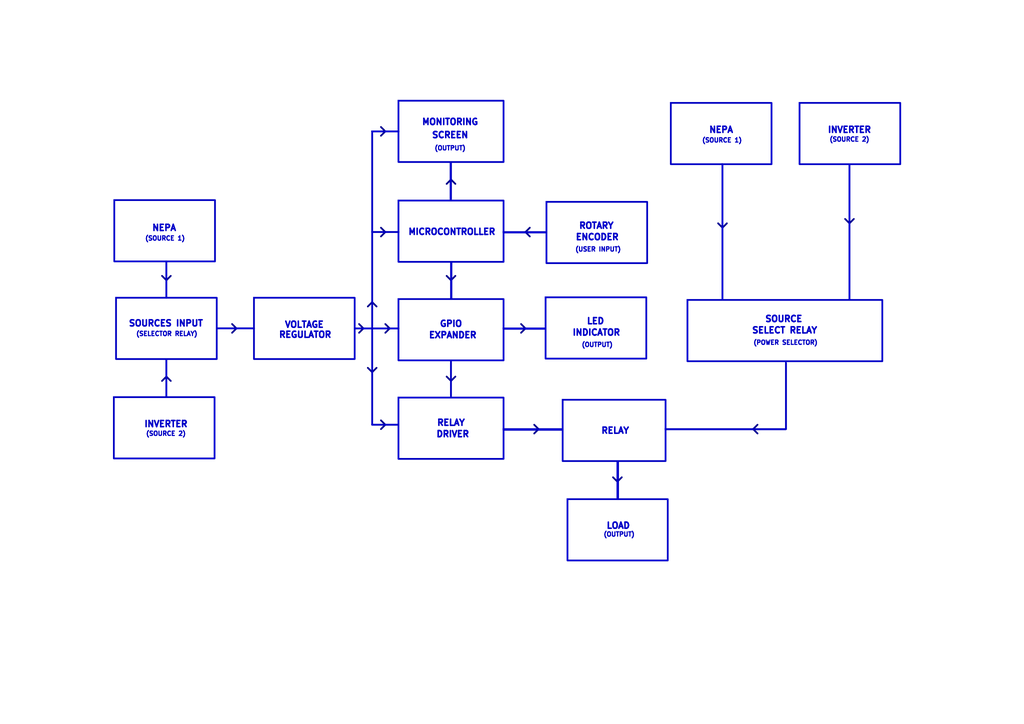
<source format=kicad_sch>
(kicad_sch
	(version 20250114)
	(generator "eeschema")
	(generator_version "9.0")
	(uuid "e0de9594-c08d-4dbe-8d5b-5599e595edda")
	(paper "A4")
	(title_block
		(title "SMART HOME ENERGY MANAGEMENT SYSTEM")
		(date "2025-10-07")
		(rev "v1.0")
		(company "JSITECH")
	)
	(lib_symbols)
	(rectangle
		(start 130.81 76.2)
		(end 130.937 86.614)
		(stroke
			(width 0.508)
			(type solid)
		)
		(fill
			(type none)
		)
		(uuid 05cb90de-e811-4d21-9ac2-94be78bcae39)
	)
	(rectangle
		(start 33.147 58.039)
		(end 62.357 75.819)
		(stroke
			(width 0.508)
			(type solid)
		)
		(fill
			(type none)
		)
		(uuid 1166c8d1-af70-4bc6-9acd-915f61c73d95)
	)
	(rectangle
		(start 158.496 58.547)
		(end 187.706 76.327)
		(stroke
			(width 0.508)
			(type solid)
		)
		(fill
			(type none)
		)
		(uuid 145c2410-9ceb-40d7-a409-b83e14a85167)
	)
	(rectangle
		(start 33.655 86.36)
		(end 62.865 104.14)
		(stroke
			(width 0.508)
			(type solid)
		)
		(fill
			(type none)
		)
		(uuid 184552e9-c6c4-42a7-9430-41a58dd7b7ea)
	)
	(rectangle
		(start 130.683 47.371)
		(end 130.81 57.785)
		(stroke
			(width 0.508)
			(type solid)
		)
		(fill
			(type none)
		)
		(uuid 3b4ecd95-a9d9-4e39-937d-cc89b65a9f14)
	)
	(rectangle
		(start 107.9373 38.1)
		(end 107.9627 123.19)
		(stroke
			(width 0.508)
			(type solid)
		)
		(fill
			(type none)
		)
		(uuid 54d03f95-8f95-4814-9e1a-5ed6e633e5a3)
	)
	(rectangle
		(start 194.564 29.845)
		(end 223.774 47.625)
		(stroke
			(width 0.508)
			(type solid)
		)
		(fill
			(type none)
		)
		(uuid 58caab1a-dfbe-4867-9205-035556d7e365)
	)
	(rectangle
		(start 209.5246 47.625)
		(end 209.55 86.614)
		(stroke
			(width 0.508)
			(type solid)
		)
		(fill
			(type none)
		)
		(uuid 5be560c5-e8b4-49cc-b853-90945ecb4712)
	)
	(rectangle
		(start 115.57 58.166)
		(end 146.05 75.946)
		(stroke
			(width 0.508)
			(type solid)
		)
		(fill
			(type none)
		)
		(uuid 6448e70b-a161-4b33-929e-1e383c46344d)
	)
	(rectangle
		(start 63.119 95.2246)
		(end 73.66 95.25)
		(stroke
			(width 0.508)
			(type solid)
		)
		(fill
			(type none)
		)
		(uuid 6c8c4a7c-2ed3-4761-9997-f5e16c622290)
	)
	(rectangle
		(start 107.95 123.1773)
		(end 115.2525 123.2027)
		(stroke
			(width 0.508)
			(type solid)
		)
		(fill
			(type none)
		)
		(uuid 6f87f75a-acdf-4b50-b0aa-1ceb85fcc91e)
	)
	(rectangle
		(start 179.07 133.985)
		(end 179.2732 144.399)
		(stroke
			(width 0.508)
			(type solid)
		)
		(fill
			(type none)
		)
		(uuid 7f2e53f0-6e64-49f6-aab0-7c4bdff551ff)
	)
	(rectangle
		(start 231.902 29.845)
		(end 261.112 47.625)
		(stroke
			(width 0.508)
			(type solid)
		)
		(fill
			(type none)
		)
		(uuid 7f97e233-ba15-48a3-bd1d-d6252091780e)
	)
	(rectangle
		(start 48.2346 104.394)
		(end 48.26 114.935)
		(stroke
			(width 0.508)
			(type solid)
		)
		(fill
			(type none)
		)
		(uuid 8125d9df-45ff-4d29-b904-12800f9c83ed)
	)
	(rectangle
		(start 107.95 67.2846)
		(end 115.57 67.31)
		(stroke
			(width 0.508)
			(type solid)
		)
		(fill
			(type none)
		)
		(uuid 8f358e09-b29c-4eb0-b61f-a6a4af621953)
	)
	(rectangle
		(start 33.02 115.189)
		(end 62.23 132.969)
		(stroke
			(width 0.508)
			(type solid)
		)
		(fill
			(type none)
		)
		(uuid 924e9ea7-2f07-4546-8d7b-0e03577381aa)
	)
	(rectangle
		(start 163.195 115.951)
		(end 193.04 133.731)
		(stroke
			(width 0.508)
			(type solid)
		)
		(fill
			(type none)
		)
		(uuid 999547ab-717b-421e-a3f9-5731f3249ed5)
	)
	(rectangle
		(start 115.57 86.741)
		(end 146.05 104.521)
		(stroke
			(width 0.508)
			(type solid)
		)
		(fill
			(type none)
		)
		(uuid 9bf20068-315d-4cda-8a15-f233421a5ea7)
	)
	(rectangle
		(start 193.04 124.46)
		(end 227.8888 124.5235)
		(stroke
			(width 0.508)
			(type solid)
		)
		(fill
			(type none)
		)
		(uuid aa2516f6-d889-4617-8194-1982f312704f)
	)
	(rectangle
		(start 227.9523 105.2449)
		(end 227.9777 124.46)
		(stroke
			(width 0.508)
			(type solid)
		)
		(fill
			(type none)
		)
		(uuid b1461bb6-cbaa-44c6-8d2f-072185de395b)
	)
	(rectangle
		(start 73.66 86.36)
		(end 102.87 104.14)
		(stroke
			(width 0.508)
			(type solid)
		)
		(fill
			(type none)
		)
		(uuid b1a604e5-9e14-4364-a8f7-46d7731e6fac)
	)
	(rectangle
		(start 246.3673 47.6885)
		(end 246.3927 86.9315)
		(stroke
			(width 0.508)
			(type solid)
		)
		(fill
			(type none)
		)
		(uuid ba156951-fb18-47df-bdad-b16b08847805)
	)
	(rectangle
		(start 103.124 95.25)
		(end 115.57 95.2754)
		(stroke
			(width 0.508)
			(type solid)
		)
		(fill
			(type none)
		)
		(uuid c404ea18-1fb4-422c-827d-ac7ad9750b63)
	)
	(rectangle
		(start 146.05 95.25)
		(end 158.115 95.377)
		(stroke
			(width 0.508)
			(type solid)
		)
		(fill
			(type none)
		)
		(uuid c796f5a2-1dbb-40b0-a597-465ffe74ce6c)
	)
	(rectangle
		(start 146.05 67.31)
		(end 158.115 67.437)
		(stroke
			(width 0.508)
			(type solid)
		)
		(fill
			(type none)
		)
		(uuid c7e8004e-a3b7-4ec8-a09d-f8404f2618bf)
	)
	(rectangle
		(start 146.05 124.46)
		(end 163.195 124.6632)
		(stroke
			(width 0.508)
			(type solid)
		)
		(fill
			(type none)
		)
		(uuid ccafe3e6-74e7-41c1-91ea-47133fad9ac2)
	)
	(rectangle
		(start 130.7846 104.775)
		(end 130.81 114.935)
		(stroke
			(width 0.508)
			(type solid)
		)
		(fill
			(type none)
		)
		(uuid d06621bb-7a78-4fcb-a7fa-cbde0a989bc7)
	)
	(rectangle
		(start 48.2346 75.819)
		(end 48.26 86.36)
		(stroke
			(width 0.508)
			(type solid)
		)
		(fill
			(type none)
		)
		(uuid d504d1ad-83ab-4203-a429-c0947df4a1a8)
	)
	(rectangle
		(start 115.57 29.21)
		(end 146.05 46.99)
		(stroke
			(width 0.508)
			(type solid)
		)
		(fill
			(type none)
		)
		(uuid d543148f-3aa2-4829-903a-0477f4c0b029)
	)
	(rectangle
		(start 158.242 86.233)
		(end 187.452 104.013)
		(stroke
			(width 0.508)
			(type solid)
		)
		(fill
			(type none)
		)
		(uuid d59b2164-d426-48b4-9785-19fc84351491)
	)
	(rectangle
		(start 107.95 38.1)
		(end 115.57 38.1254)
		(stroke
			(width 0.508)
			(type solid)
		)
		(fill
			(type none)
		)
		(uuid d80ad9e3-56a3-436b-ae71-dc7e766a7925)
	)
	(rectangle
		(start 164.592 144.78)
		(end 193.675 162.56)
		(stroke
			(width 0.508)
			(type solid)
		)
		(fill
			(type none)
		)
		(uuid e95811b2-edbe-401f-b44f-472fc9359df3)
	)
	(rectangle
		(start 115.57 115.316)
		(end 146.05 133.096)
		(stroke
			(width 0.508)
			(type solid)
		)
		(fill
			(type none)
		)
		(uuid ed153c80-c1ae-49be-a812-c12736cf718b)
	)
	(rectangle
		(start 199.39 86.995)
		(end 255.905 104.775)
		(stroke
			(width 0.508)
			(type solid)
		)
		(fill
			(type none)
		)
		(uuid fb0e9329-203e-4406-a469-0754d9bb5e02)
	)
	(text "(USER INPUT)"
		(exclude_from_sim no)
		(at 173.482 72.517 0)
		(effects
			(font
				(size 1.27 1.27)
				(thickness 0.508)
				(bold yes)
			)
		)
		(uuid "15e6ed92-68dc-44d5-80e2-cbd18bdc4f5d")
	)
	(text "VOLTAGE"
		(exclude_from_sim no)
		(at 88.265 94.361 0)
		(effects
			(font
				(size 1.778 1.778)
				(thickness 0.508)
				(bold yes)
			)
		)
		(uuid "1e34c1cc-367f-43bb-a197-d2de35342b00")
	)
	(text "(SOURCE 1)"
		(exclude_from_sim no)
		(at 209.423 40.894 0)
		(effects
			(font
				(size 1.27 1.27)
				(thickness 0.508)
				(bold yes)
			)
		)
		(uuid "1e709454-e344-49df-ad95-5434bedbd076")
	)
	(text "ENCODER"
		(exclude_from_sim no)
		(at 173.228 68.961 0)
		(effects
			(font
				(size 1.778 1.778)
				(thickness 0.508)
				(bold yes)
			)
		)
		(uuid "1f177fa8-fd9c-4e71-8cb3-7ce7c1ce287b")
	)
	(text "(OUTPUT)"
		(exclude_from_sim no)
		(at 179.578 155.194 0)
		(effects
			(font
				(size 1.27 1.27)
				(thickness 0.508)
				(bold yes)
			)
		)
		(uuid "30ae88b4-c636-4cb5-922d-3c1752a79bba")
	)
	(text "RELAY"
		(exclude_from_sim no)
		(at 178.435 125.095 0)
		(effects
			(font
				(size 1.778 1.778)
				(thickness 0.508)
				(bold yes)
			)
		)
		(uuid "30d7418c-9e98-49bb-be78-e3d82602ed3a")
	)
	(text "SELECT RELAY"
		(exclude_from_sim no)
		(at 227.584 96.012 0)
		(effects
			(font
				(size 1.778 1.778)
				(thickness 0.508)
				(bold yes)
			)
		)
		(uuid "35ad959d-889c-4741-a2a3-2e8bc72bc737")
	)
	(text "GPIO"
		(exclude_from_sim no)
		(at 130.81 94.107 0)
		(effects
			(font
				(size 1.778 1.778)
				(thickness 0.508)
				(bold yes)
			)
		)
		(uuid "3e4a7776-61f3-4fe4-ad22-3e1f53183588")
	)
	(text "RELAY"
		(exclude_from_sim no)
		(at 130.81 122.809 0)
		(effects
			(font
				(size 1.778 1.778)
				(thickness 0.508)
				(bold yes)
			)
		)
		(uuid "41458cec-0d24-4439-b3b4-bcfa868cb12c")
	)
	(text "REGULATOR"
		(exclude_from_sim no)
		(at 88.519 97.282 0)
		(effects
			(font
				(size 1.778 1.778)
				(thickness 0.508)
				(bold yes)
			)
		)
		(uuid "441438d2-6428-4056-a6b9-b9706d74c7d8")
	)
	(text "MICROCONTROLLER"
		(exclude_from_sim no)
		(at 131.064 67.437 0)
		(effects
			(font
				(size 1.778 1.778)
				(thickness 0.508)
				(bold yes)
			)
		)
		(uuid "55734d37-2726-40a5-91fb-13f7ad703752")
	)
	(text "ROTARY"
		(exclude_from_sim no)
		(at 172.974 65.659 0)
		(effects
			(font
				(size 1.778 1.778)
				(thickness 0.508)
				(bold yes)
			)
		)
		(uuid "5786c576-a0e0-433a-9226-e2d2ef0edb82")
	)
	(text "(OUTPUT)"
		(exclude_from_sim no)
		(at 173.228 100.203 0)
		(effects
			(font
				(size 1.27 1.27)
				(thickness 0.508)
				(bold yes)
			)
		)
		(uuid "5a759f99-8098-49cd-8e17-9ec4e1ef06ff")
	)
	(text "NEPA"
		(exclude_from_sim no)
		(at 209.169 37.846 0)
		(effects
			(font
				(size 1.778 1.778)
				(thickness 0.508)
				(bold yes)
			)
		)
		(uuid "687eb318-0f6a-4d24-b6a7-5763fc46b50f")
	)
	(text "INDICATOR"
		(exclude_from_sim no)
		(at 172.974 96.647 0)
		(effects
			(font
				(size 1.778 1.778)
				(thickness 0.508)
				(bold yes)
			)
		)
		(uuid "7177501d-83a3-4aca-82e3-bc05b296b49e")
	)
	(text "LOAD"
		(exclude_from_sim no)
		(at 179.324 152.654 0)
		(effects
			(font
				(size 1.778 1.778)
				(thickness 0.508)
				(bold yes)
			)
		)
		(uuid "77110e31-bfa2-4a8d-8eb7-23429c2e957e")
	)
	(text "(SOURCE 2)"
		(exclude_from_sim no)
		(at 48.133 125.984 0)
		(effects
			(font
				(size 1.27 1.27)
				(thickness 0.508)
				(bold yes)
			)
		)
		(uuid "782a67d4-da56-4a03-9401-7bc072d77e49")
	)
	(text "DRIVER"
		(exclude_from_sim no)
		(at 131.318 126.111 0)
		(effects
			(font
				(size 1.778 1.778)
				(thickness 0.508)
				(bold yes)
			)
		)
		(uuid "8308bf90-429d-4f60-b439-7727bec95d8d")
	)
	(text "INVERTER"
		(exclude_from_sim no)
		(at 246.38 37.846 0)
		(effects
			(font
				(size 1.778 1.778)
				(thickness 0.508)
				(bold yes)
			)
		)
		(uuid "839df72e-1152-4c5f-98b4-5c73fc263293")
	)
	(text "LED"
		(exclude_from_sim no)
		(at 172.72 93.345 0)
		(effects
			(font
				(size 1.778 1.778)
				(thickness 0.508)
				(bold yes)
			)
		)
		(uuid "8769cf9c-a7f8-42ed-b2ae-86da4205eec8")
	)
	(text "(POWER SELECTOR)"
		(exclude_from_sim no)
		(at 227.838 99.568 0)
		(effects
			(font
				(size 1.27 1.27)
				(thickness 0.508)
				(bold yes)
			)
		)
		(uuid "acef12f7-6c30-4d46-a5f4-5bb198cbf9ef")
	)
	(text "EXPANDER"
		(exclude_from_sim no)
		(at 131.318 97.409 0)
		(effects
			(font
				(size 1.778 1.778)
				(thickness 0.508)
				(bold yes)
			)
		)
		(uuid "be021b20-ea90-4170-8661-d4a03610b83f")
	)
	(text "MONITORING"
		(exclude_from_sim no)
		(at 130.556 35.56 0)
		(effects
			(font
				(size 1.778 1.778)
				(thickness 0.508)
				(bold yes)
			)
		)
		(uuid "c0f209f3-c71c-4f3d-ae35-018d614d0c68")
	)
	(text "(SOURCE 2)"
		(exclude_from_sim no)
		(at 246.38 40.64 0)
		(effects
			(font
				(size 1.27 1.27)
				(thickness 0.508)
				(bold yes)
			)
		)
		(uuid "c4f3fbb3-61b0-48eb-9fff-50f6f2a534c4")
	)
	(text "SOURCE"
		(exclude_from_sim no)
		(at 227.33 92.71 0)
		(effects
			(font
				(size 1.778 1.778)
				(thickness 0.508)
				(bold yes)
			)
		)
		(uuid "d72a530d-535a-4c1d-9ed1-75b7bee0ff93")
	)
	(text "SCREEN"
		(exclude_from_sim no)
		(at 130.556 39.37 0)
		(effects
			(font
				(size 1.778 1.778)
				(thickness 0.508)
				(bold yes)
			)
		)
		(uuid "d76ca6bf-082f-4106-8c96-e0a24a96d4ab")
	)
	(text "SOURCES INPUT"
		(exclude_from_sim no)
		(at 48.133 93.98 0)
		(effects
			(font
				(size 1.778 1.778)
				(thickness 0.508)
				(bold yes)
			)
		)
		(uuid "e1026cee-3226-4b02-b286-8e5f2e97f9ad")
	)
	(text "(SOURCE 1)"
		(exclude_from_sim no)
		(at 47.879 69.342 0)
		(effects
			(font
				(size 1.27 1.27)
				(thickness 0.508)
				(bold yes)
			)
		)
		(uuid "e37144b8-bfa7-499f-a13c-974a22dafbc6")
	)
	(text "(OUTPUT)"
		(exclude_from_sim no)
		(at 130.556 43.18 0)
		(effects
			(font
				(size 1.27 1.27)
				(thickness 0.508)
				(bold yes)
			)
		)
		(uuid "e77be0c7-09fd-4d4a-b695-cfbb78b7974d")
	)
	(text "(SELECTOR RELAY)"
		(exclude_from_sim no)
		(at 48.387 97.028 0)
		(effects
			(font
				(size 1.27 1.27)
				(thickness 0.508)
				(bold yes)
			)
		)
		(uuid "f1688678-10c8-4c77-859c-36019d5d3745")
	)
	(text "INVERTER"
		(exclude_from_sim no)
		(at 48.133 123.19 0)
		(effects
			(font
				(size 1.778 1.778)
				(thickness 0.508)
				(bold yes)
			)
		)
		(uuid "f75f2d0c-879b-4480-8bce-9037ce00d14c")
	)
	(text "NEPA"
		(exclude_from_sim no)
		(at 47.625 66.294 0)
		(effects
			(font
				(size 1.778 1.778)
				(thickness 0.508)
				(bold yes)
			)
		)
		(uuid "fe71b667-75b9-44a7-ace0-2e11a27c71b7")
	)
	(bus
		(pts
			(xy 111.76 67.31) (xy 110.49 66.04)
		)
		(stroke
			(width 0.508)
			(type default)
		)
		(uuid "06e53eb1-95e5-49f1-b1de-26e8a7533498")
	)
	(bus
		(pts
			(xy 110.49 39.37) (xy 111.76 38.1)
		)
		(stroke
			(width 0.508)
			(type default)
		)
		(uuid "0b946d5f-5fe9-488e-a92f-5fdde54f4360")
	)
	(bus
		(pts
			(xy 49.53 110.49) (xy 48.26 109.22)
		)
		(stroke
			(width 0.508)
			(type default)
		)
		(uuid "0e350d0b-9146-40ee-9f40-10e185f09007")
	)
	(bus
		(pts
			(xy 154.94 125.73) (xy 156.21 124.46)
		)
		(stroke
			(width 0.508)
			(type default)
		)
		(uuid "1acf9beb-0044-4a20-be6f-2c7f3ccb4d32")
	)
	(bus
		(pts
			(xy 179.07 139.7) (xy 180.34 138.43)
		)
		(stroke
			(width 0.508)
			(type default)
		)
		(uuid "228acddc-cd54-4eae-8a7c-63c900793103")
	)
	(bus
		(pts
			(xy 130.81 81.28) (xy 132.08 80.01)
		)
		(stroke
			(width 0.508)
			(type default)
		)
		(uuid "23d16f12-e38c-40b6-ab7b-5f9376453d3e")
	)
	(bus
		(pts
			(xy 156.21 124.46) (xy 154.94 123.19)
		)
		(stroke
			(width 0.508)
			(type default)
		)
		(uuid "2f80ece9-6ab7-40a6-91a3-c89c41f61ada")
	)
	(bus
		(pts
			(xy 130.81 110.49) (xy 132.08 109.22)
		)
		(stroke
			(width 0.508)
			(type default)
		)
		(uuid "344d08a8-8988-458d-820e-026d371e81a5")
	)
	(bus
		(pts
			(xy 152.4 67.31) (xy 153.67 68.58)
		)
		(stroke
			(width 0.508)
			(type default)
		)
		(uuid "3b4e6837-e536-43c4-a23e-24dd93f35317")
	)
	(bus
		(pts
			(xy 67.31 96.52) (xy 68.58 95.25)
		)
		(stroke
			(width 0.508)
			(type default)
		)
		(uuid "3fd30b88-b775-45b7-95f9-e44011bb906f")
	)
	(bus
		(pts
			(xy 48.26 109.22) (xy 46.99 110.49)
		)
		(stroke
			(width 0.508)
			(type default)
		)
		(uuid "477ffeaa-c50a-4feb-a04c-8354c563505b")
	)
	(bus
		(pts
			(xy 113.03 95.25) (xy 111.76 93.98)
		)
		(stroke
			(width 0.508)
			(type default)
		)
		(uuid "4da29218-7d9c-4f8e-a415-9c734dfbbbda")
	)
	(bus
		(pts
			(xy 132.08 53.34) (xy 130.81 52.07)
		)
		(stroke
			(width 0.508)
			(type default)
		)
		(uuid "56880319-f59e-46d5-9b59-9d2569e8a205")
	)
	(bus
		(pts
			(xy 129.54 109.22) (xy 130.81 110.49)
		)
		(stroke
			(width 0.508)
			(type default)
		)
		(uuid "5ca61601-0b5f-41fa-bebf-e70d38419248")
	)
	(bus
		(pts
			(xy 105.41 95.25) (xy 104.14 93.98)
		)
		(stroke
			(width 0.508)
			(type default)
		)
		(uuid "5fc99036-d7cc-4c88-b73c-5ec38f15e704")
	)
	(bus
		(pts
			(xy 106.68 106.68) (xy 107.95 107.95)
		)
		(stroke
			(width 0.508)
			(type default)
		)
		(uuid "62096975-6a74-4c5f-8154-f41036afac49")
	)
	(bus
		(pts
			(xy 208.28 64.77) (xy 209.55 66.04)
		)
		(stroke
			(width 0.508)
			(type default)
		)
		(uuid "64abd575-8ade-4012-8f7a-ee91a33cda08")
	)
	(bus
		(pts
			(xy 151.13 96.52) (xy 152.4 95.25)
		)
		(stroke
			(width 0.508)
			(type default)
		)
		(uuid "6608f792-ec43-4b26-9ea5-55779e30541d")
	)
	(bus
		(pts
			(xy 218.44 124.46) (xy 219.71 125.73)
		)
		(stroke
			(width 0.508)
			(type default)
		)
		(uuid "6ef875db-b1b0-45ea-9b9a-97ee3b1ea80b")
	)
	(bus
		(pts
			(xy 46.99 80.01) (xy 48.26 81.28)
		)
		(stroke
			(width 0.508)
			(type default)
		)
		(uuid "7195fe59-ad97-458e-97b5-9b5c01ce4b16")
	)
	(bus
		(pts
			(xy 219.71 123.19) (xy 218.44 124.46)
		)
		(stroke
			(width 0.508)
			(type default)
		)
		(uuid "7267ad18-e1f8-45d2-801e-c11c6f5a9e4d")
	)
	(bus
		(pts
			(xy 68.58 95.25) (xy 67.31 93.98)
		)
		(stroke
			(width 0.508)
			(type default)
		)
		(uuid "82aff75b-18bc-4e1c-a410-15c48e9c0228")
	)
	(bus
		(pts
			(xy 107.95 107.95) (xy 109.22 106.68)
		)
		(stroke
			(width 0.508)
			(type default)
		)
		(uuid "8461fd64-83c5-4d18-b1d0-a41338c81521")
	)
	(bus
		(pts
			(xy 107.95 87.63) (xy 106.68 88.9)
		)
		(stroke
			(width 0.508)
			(type default)
		)
		(uuid "89e0e4c3-8258-43bb-a1ea-0bd407d6d311")
	)
	(bus
		(pts
			(xy 153.67 66.04) (xy 152.4 67.31)
		)
		(stroke
			(width 0.508)
			(type default)
		)
		(uuid "9364b4bf-7949-495c-9422-598549cf7d6f")
	)
	(bus
		(pts
			(xy 246.38 64.77) (xy 247.65 63.5)
		)
		(stroke
			(width 0.508)
			(type default)
		)
		(uuid "958a76c2-7498-4df0-903b-dc04fe92d200")
	)
	(bus
		(pts
			(xy 48.26 81.28) (xy 49.53 80.01)
		)
		(stroke
			(width 0.508)
			(type default)
		)
		(uuid "9c988cc0-1777-4f47-8ba0-ef9a4d932e12")
	)
	(bus
		(pts
			(xy 209.55 66.04) (xy 210.82 64.77)
		)
		(stroke
			(width 0.508)
			(type default)
		)
		(uuid "9ed85cc7-c1ac-4105-a365-d478c63b525f")
	)
	(bus
		(pts
			(xy 152.4 95.25) (xy 151.13 93.98)
		)
		(stroke
			(width 0.508)
			(type default)
		)
		(uuid "9f01608e-88c3-4d82-b0a5-8eeafe7ca069")
	)
	(bus
		(pts
			(xy 130.81 52.07) (xy 129.54 53.34)
		)
		(stroke
			(width 0.508)
			(type default)
		)
		(uuid "a933c5b9-7f6f-4e80-8ad4-a133bbe14c33")
	)
	(bus
		(pts
			(xy 111.76 96.52) (xy 113.03 95.25)
		)
		(stroke
			(width 0.508)
			(type default)
		)
		(uuid "b03243e0-b0e0-4dfb-aef9-3987851d43af")
	)
	(bus
		(pts
			(xy 104.14 96.52) (xy 105.41 95.25)
		)
		(stroke
			(width 0.508)
			(type default)
		)
		(uuid "b82dfd8e-f826-47f7-aa5f-da78d8bb2869")
	)
	(bus
		(pts
			(xy 111.76 38.1) (xy 110.49 36.83)
		)
		(stroke
			(width 0.508)
			(type default)
		)
		(uuid "bee3e011-029b-4704-8892-55eae95ec4cb")
	)
	(bus
		(pts
			(xy 110.49 68.58) (xy 111.76 67.31)
		)
		(stroke
			(width 0.508)
			(type default)
		)
		(uuid "c5cf04c2-501e-49b6-9235-04efaae831b2")
	)
	(bus
		(pts
			(xy 109.22 88.9) (xy 107.95 87.63)
		)
		(stroke
			(width 0.508)
			(type default)
		)
		(uuid "cc4b3bba-b48a-4823-b9d0-68c6804a22b8")
	)
	(bus
		(pts
			(xy 110.49 124.46) (xy 111.76 123.19)
		)
		(stroke
			(width 0.508)
			(type default)
		)
		(uuid "dc47072f-3dae-499e-8500-fe96c3bb8992")
	)
	(bus
		(pts
			(xy 177.8 138.43) (xy 179.07 139.7)
		)
		(stroke
			(width 0.508)
			(type default)
		)
		(uuid "e17f48f3-0ea0-4846-baf5-e9914d1ccb4c")
	)
	(bus
		(pts
			(xy 129.54 80.01) (xy 130.81 81.28)
		)
		(stroke
			(width 0.508)
			(type default)
		)
		(uuid "f036911b-d1b8-40b8-8b14-d72f6214289e")
	)
	(bus
		(pts
			(xy 245.11 63.5) (xy 246.38 64.77)
		)
		(stroke
			(width 0.508)
			(type default)
		)
		(uuid "f6d5ba0e-3d2d-46d9-b2bd-170f90299fd2")
	)
	(bus
		(pts
			(xy 111.76 123.19) (xy 110.49 121.92)
		)
		(stroke
			(width 0.508)
			(type default)
		)
		(uuid "fd666123-96d6-42aa-a86b-39ce03472d9d")
	)
	(sheet_instances
		(path "/"
			(page "1")
		)
	)
	(embedded_fonts no)
)

</source>
